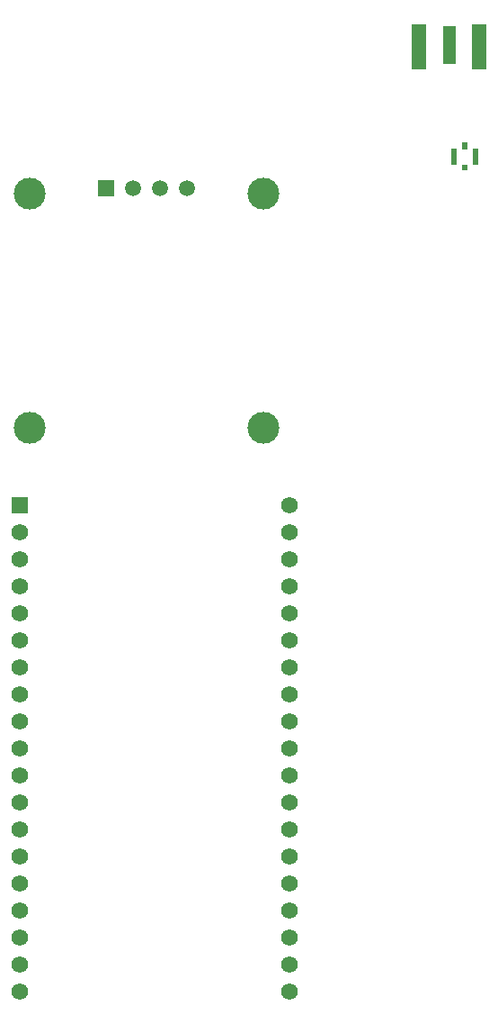
<source format=gbr>
%TF.GenerationSoftware,KiCad,Pcbnew,8.0.8*%
%TF.CreationDate,2025-03-27T02:04:05-07:00*%
%TF.ProjectId,basicPCB,62617369-6350-4434-922e-6b696361645f,rev?*%
%TF.SameCoordinates,Original*%
%TF.FileFunction,Copper,L1,Top*%
%TF.FilePolarity,Positive*%
%FSLAX46Y46*%
G04 Gerber Fmt 4.6, Leading zero omitted, Abs format (unit mm)*
G04 Created by KiCad (PCBNEW 8.0.8) date 2025-03-27 02:04:05*
%MOMM*%
%LPD*%
G01*
G04 APERTURE LIST*
%TA.AperFunction,ComponentPad*%
%ADD10R,1.560000X1.560000*%
%TD*%
%TA.AperFunction,ComponentPad*%
%ADD11C,1.560000*%
%TD*%
%TA.AperFunction,SMDPad,CuDef*%
%ADD12R,1.270000X3.600000*%
%TD*%
%TA.AperFunction,SMDPad,CuDef*%
%ADD13R,1.350000X4.200000*%
%TD*%
%TA.AperFunction,SMDPad,CuDef*%
%ADD14R,0.500000X0.650000*%
%TD*%
%TA.AperFunction,SMDPad,CuDef*%
%ADD15R,0.600000X1.500000*%
%TD*%
%TA.AperFunction,SMDPad,CuDef*%
%ADD16R,0.500000X0.550000*%
%TD*%
%TA.AperFunction,ComponentPad*%
%ADD17R,1.508000X1.508000*%
%TD*%
%TA.AperFunction,ComponentPad*%
%ADD18C,1.508000*%
%TD*%
%TA.AperFunction,ComponentPad*%
%ADD19C,3.000000*%
%TD*%
G04 APERTURE END LIST*
D10*
%TO.P,U1,1,3V3*%
%TO.N,+3.3V*%
X83100000Y-99280000D03*
D11*
%TO.P,U1,2,EN*%
%TO.N,unconnected-(U1-EN-Pad2)*%
X83100000Y-101820000D03*
%TO.P,U1,3,VP*%
%TO.N,unconnected-(U1-VP-Pad3)*%
X83100000Y-104360000D03*
%TO.P,U1,4,VN*%
%TO.N,unconnected-(U1-VN-Pad4)*%
X83100000Y-106900000D03*
%TO.P,U1,5,34*%
%TO.N,unconnected-(U1-34-Pad5)*%
X83100000Y-109440000D03*
%TO.P,U1,6,35*%
%TO.N,unconnected-(U1-35-Pad6)*%
X83100000Y-111980000D03*
%TO.P,U1,7,32*%
%TO.N,unconnected-(U1-32-Pad7)*%
X83100000Y-114520000D03*
%TO.P,U1,8,33*%
%TO.N,unconnected-(U1-33-Pad8)*%
X83100000Y-117060000D03*
%TO.P,U1,9,25*%
%TO.N,unconnected-(U1-25-Pad9)*%
X83100000Y-119600000D03*
%TO.P,U1,10,26*%
%TO.N,unconnected-(U1-26-Pad10)*%
X83100000Y-122140000D03*
%TO.P,U1,11,27*%
%TO.N,unconnected-(U1-27-Pad11)*%
X83100000Y-124680000D03*
%TO.P,U1,12,14*%
%TO.N,unconnected-(U1-14-Pad12)*%
X83100000Y-127220000D03*
%TO.P,U1,13,12*%
%TO.N,unconnected-(U1-12-Pad13)*%
X83100000Y-129760000D03*
%TO.P,U1,14,GND*%
%TO.N,Net-(U1-GND-Pad14)*%
X83100000Y-132300000D03*
%TO.P,U1,15,13*%
%TO.N,unconnected-(U1-13-Pad15)*%
X83100000Y-134840000D03*
%TO.P,U1,16,D2*%
%TO.N,unconnected-(U1-D2-Pad16)*%
X83100000Y-137380000D03*
%TO.P,U1,17,D3*%
%TO.N,unconnected-(U1-D3-Pad17)*%
X83100000Y-139920000D03*
%TO.P,U1,18,CMD*%
%TO.N,unconnected-(U1-CMD-Pad18)*%
X83100000Y-142460000D03*
%TO.P,U1,19,5V*%
%TO.N,+5V*%
X83100000Y-145000000D03*
%TO.P,U1,20,GND*%
%TO.N,Net-(U1-GND-Pad14)*%
X108500000Y-99280000D03*
%TO.P,U1,21,23*%
%TO.N,Net-(U1-23)*%
X108500000Y-101820000D03*
%TO.P,U1,22,22*%
%TO.N,Net-(U2-SCL)*%
X108500000Y-104360000D03*
%TO.P,U1,23,TX*%
%TO.N,unconnected-(U1-TX-Pad23)*%
X108500000Y-106900000D03*
%TO.P,U1,24,RX*%
%TO.N,unconnected-(U1-RX-Pad24)*%
X108500000Y-109440000D03*
%TO.P,U1,25,21*%
%TO.N,unconnected-(U1-21-Pad25)*%
X108500000Y-111980000D03*
%TO.P,U1,26,GND*%
%TO.N,Net-(U1-GND-Pad14)*%
X108500000Y-114520000D03*
%TO.P,U1,27,19*%
%TO.N,unconnected-(U1-19-Pad27)*%
X108500000Y-117060000D03*
%TO.P,U1,28,18*%
%TO.N,unconnected-(U1-18-Pad28)*%
X108500000Y-119600000D03*
%TO.P,U1,29,5*%
%TO.N,unconnected-(U1-5-Pad29)*%
X108500000Y-122140000D03*
%TO.P,U1,30,17*%
%TO.N,unconnected-(U1-17-Pad30)*%
X108500000Y-124680000D03*
%TO.P,U1,31,16*%
%TO.N,unconnected-(U1-16-Pad31)*%
X108500000Y-127220000D03*
%TO.P,U1,32,4*%
%TO.N,unconnected-(U1-4-Pad32)*%
X108500000Y-129760000D03*
%TO.P,U1,33,0*%
%TO.N,unconnected-(U1-0-Pad33)*%
X108500000Y-132300000D03*
%TO.P,U1,34,2*%
%TO.N,unconnected-(U1-2-Pad34)*%
X108500000Y-134840000D03*
%TO.P,U1,35,15*%
%TO.N,unconnected-(U1-15-Pad35)*%
X108500000Y-137380000D03*
%TO.P,U1,36,D1*%
%TO.N,unconnected-(U1-D1-Pad36)*%
X108500000Y-139920000D03*
%TO.P,U1,37,D0*%
%TO.N,unconnected-(U1-D0-Pad37)*%
X108500000Y-142460000D03*
%TO.P,U1,38,CLK*%
%TO.N,unconnected-(U1-CLK-Pad38)*%
X108500000Y-145000000D03*
%TD*%
D12*
%TO.P,J1,1*%
%TO.N,Net-(J2-SIGNAL)*%
X123500000Y-56000000D03*
D13*
%TO.P,J1,2_1*%
%TO.N,GND*%
X126325000Y-56200000D03*
%TO.P,J1,3_1*%
X120675000Y-56200000D03*
%TD*%
D14*
%TO.P,J2,1,SIGNAL*%
%TO.N,Net-(J2-SIGNAL)*%
X125000000Y-65525000D03*
D15*
%TO.P,J2,2,GND*%
%TO.N,GND*%
X126000000Y-66500000D03*
D16*
%TO.P,J2,3,GND*%
X125000000Y-67525000D03*
D15*
%TO.P,J2,4,GND*%
X124000000Y-66500000D03*
%TD*%
D17*
%TO.P,U2,1,GND*%
%TO.N,GND*%
X91190000Y-69500000D03*
D18*
%TO.P,U2,2,VCC_IN*%
%TO.N,+3.3V*%
X93730000Y-69500000D03*
%TO.P,U2,3,SCL*%
%TO.N,Net-(U2-SCL)*%
X96270000Y-69500000D03*
%TO.P,U2,4,SDA*%
%TO.N,Net-(U1-23)*%
X98810000Y-69500000D03*
D19*
%TO.P,U2,S1*%
%TO.N,N/C*%
X84000000Y-70000000D03*
%TO.P,U2,S2*%
X106000000Y-70000000D03*
%TO.P,U2,S3*%
X106000000Y-92000000D03*
%TO.P,U2,S4*%
X84000000Y-92000000D03*
%TD*%
M02*

</source>
